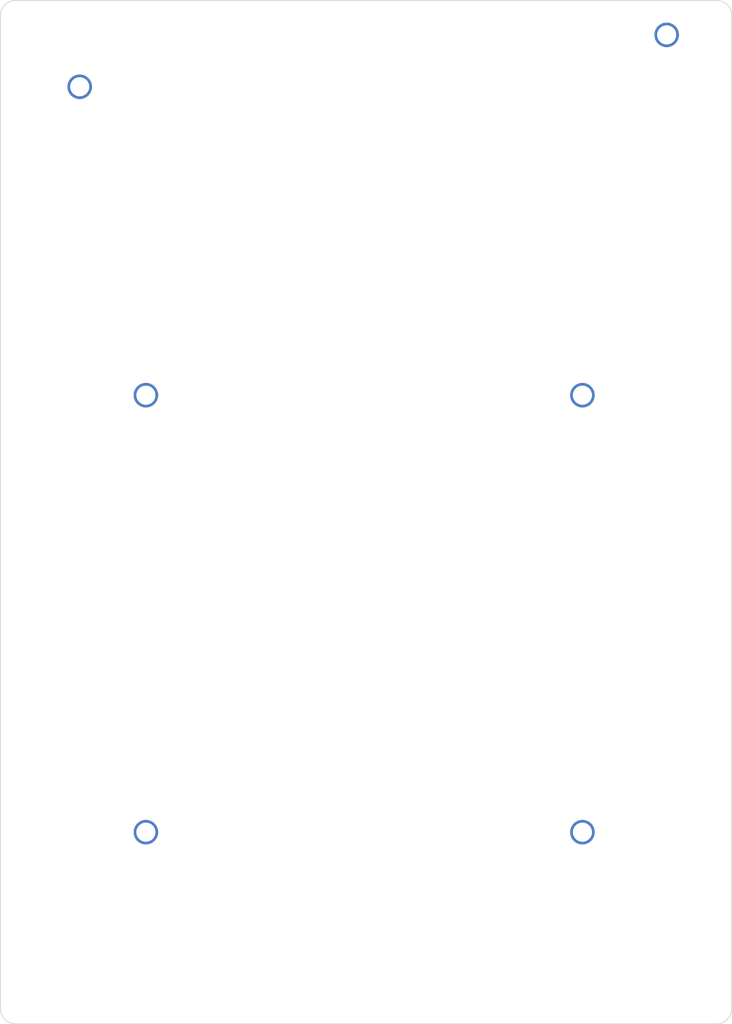
<source format=kicad_pcb>
(kicad_pcb (version 20211014) (generator pcbnew)
  (layers (0 "F.Cu" signal) (31 "B.Cu" signal) (34 "B.Paste" user) (35 "F.Paste" user) (36 "B.SilkS" user "B.Silkscreen") (37 "F.SilkS" user "F.Silkscreen") (38 "B.Mask" user) (39 "F.Mask" user) (44 "Edge.Cuts" user))
  (net 0 "")
  (footprint "" (layer "F.Cu") (at 55.856 30.268)
    (fp_text reference "" (at 0 0) (layer "F.SilkS") (effects (font (size 1.27 1.27))))
    (fp_text value "" (at 0 0) (layer "F.SilkS") (effects (font (size 1.27 1.27))))
    (pad "P0" thru_hole circle (at 0 0 180) (size 3.2 3.2) (drill 2.5) (layers *.Cu *.Mask))
  )
  (footprint "PeteCB:m2.5 hole" (layer "F.Cu") (at 121.5 70.5)
    (fp_text reference "REF**" hide)
    (fp_text value "m2.5 hole")
    (pad "P0" thru_hole circle (at 0 0 180) (size 3.2 3.2) (drill 2.5) (layers *.Cu *.Mask))
  )
  (footprint "" (layer "F.Cu") (at 132.5 23.5)
    (fp_text reference "" (at 0 0) (layer "F.SilkS") (effects (font (size 1.27 1.27))))
    (fp_text value "" (at 0 0) (layer "F.SilkS") (effects (font (size 1.27 1.27))))
    (pad "P0" thru_hole circle (at 0 0 180) (size 3.2 3.2) (drill 2.5) (layers *.Cu *.Mask))
  )
  (footprint "" (layer "F.Cu") (at 64.5 70.5)
    (fp_text reference "" (at 0 0) (layer "F.SilkS") (effects (font (size 1.27 1.27))))
    (fp_text value "" (at 0 0) (layer "F.SilkS") (effects (font (size 1.27 1.27))))
    (pad "P0" thru_hole circle (at 0 0 180) (size 3.2 3.2) (drill 2.5) (layers *.Cu *.Mask))
  )
  (footprint "" (layer "F.Cu") (at 121.5 127.5)
    (fp_text reference "" (at 0 0) (layer "F.SilkS") (effects (font (size 1.27 1.27))))
    (fp_text value "" (at 0 0) (layer "F.SilkS") (effects (font (size 1.27 1.27))))
    (pad "P0" thru_hole circle (at 0 0 180) (size 3.2 3.2) (drill 2.5) (layers *.Cu *.Mask))
  )
  (footprint "" (layer "F.Cu") (at 64.5 127.5)
    (fp_text reference "" (at 0 0) (layer "F.SilkS") (effects (font (size 1.27 1.27))))
    (fp_text value "" (at 0 0) (layer "F.SilkS") (effects (font (size 1.27 1.27))))
    (pad "P0" thru_hole circle (at 0 0 180) (size 3.2 3.2) (drill 2.5) (layers *.Cu *.Mask))
  )
  (gr_line (start 139 152.5) (end 47.5 152.5) (layer "Edge.Cuts") (width 0.1))
  (gr_line (start 47.5 19) (end 139 19) (layer "Edge.Cuts") (width 0.1))
  (gr_arc (start 45.5 21) (mid 46.085786 19.585786) (end 47.5 19) (layer "Edge.Cuts") (width 0.1))
  (gr_arc (start 47.5 152.5) (mid 46.085786 151.914214) (end 45.5 150.5) (layer "Edge.Cuts") (width 0.1))
  (gr_arc (start 139 19) (mid 140.414214 19.585786) (end 141 21) (layer "Edge.Cuts") (width 0.1))
  (gr_line (start 141 21) (end 141 150.5) (layer "Edge.Cuts") (width 0.1))
  (gr_arc (start 141 150.5) (mid 140.414214 151.914214) (end 139 152.5) (layer "Edge.Cuts") (width 0.1))
  (gr_line (start 45.5 150.5) (end 45.5 21) (layer "Edge.Cuts") (width 0.1))
)
</source>
